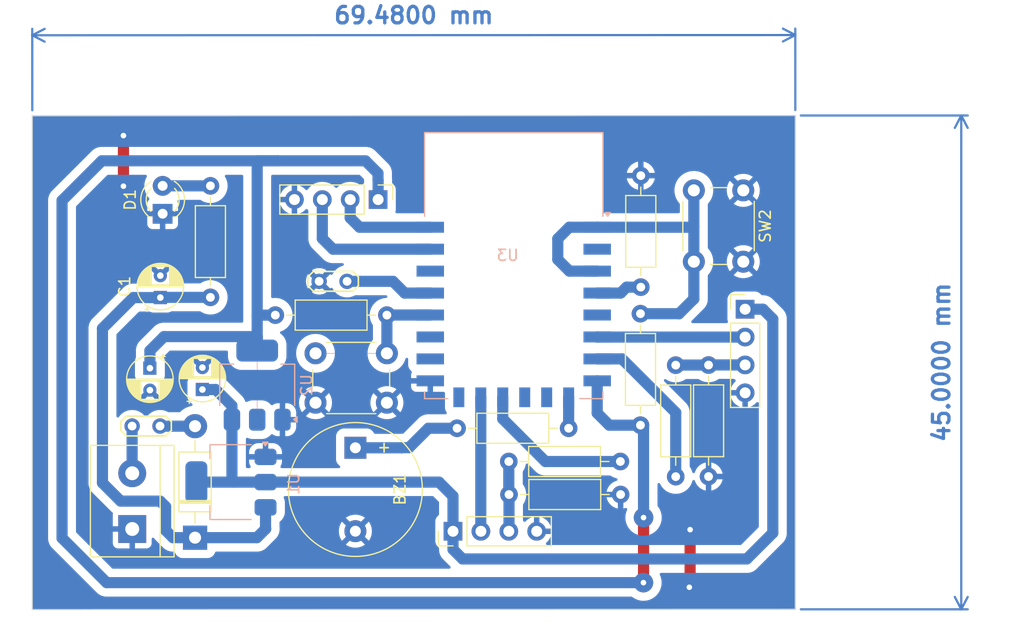
<source format=kicad_pcb>
(kicad_pcb (version 20240108) (generator "pcbnew") (generator_version "8.0")
  (layers (0 "F.Cu" signal) (31 "B.Cu" signal) (34 "B.Paste" user) (35 "F.Paste" user) (36 "B.SilkS" user "B.Silkscreen") (37 "F.SilkS" user "F.Silkscreen") (38 "B.Mask" user) (39 "F.Mask" user) (44 "Edge.Cuts" user))
  (net 0 "")
  (net 1 "GND")
  (net 2 "Net-(D1-A)")
  (net 3 "Net-(J3-Pin_3)")
  (net 4 "Net-(J4-Pin_3)")
  (net 5 "Net-(SW2A-D)")
  (net 6 "Net-(SW5A-C)")
  (net 7 "Net-(U3-GPIO16)")
  (net 8 "Net-(U3-GPIO4)")
  (net 10 "Net-(BZ1--)")
  (net 11 "Net-(U3-CS0)")
  (net 15 "+5V")
  (net 16 "+3.3V")
  (net 17 "/Rx")
  (net 18 "/Tx")
  (net 19 "/F_Tx")
  (net 20 "/D_Tx")
  (net 21 "/D_Rx")
  (net 22 "/F_Rx")
  (net 23 "Net-(J1-Pin_2)")
  (net 28 "Net-(D2-K)")
  (net 29 "Net-(D2-A)")
  (footprint "Resistor_THT:R_Axial_DIN0207_L6.3mm_D2.5mm_P10.16mm_Horizontal" (layer "F.Cu") (at 221.57 89.03 180)
    (property "Reference" "R5" (hide yes))
    (property "Value" "1k")
    (pad "1" thru_hole circle (at 0 0 180) (size 1.6 1.6) (drill 0.8) (layers "*.Cu" "*.Mask") (net 21 "/D_Rx"))
    (pad "2" thru_hole oval (at 10.16 0 180) (size 1.6 1.6) (drill 0.8) (layers "*.Cu" "*.Mask") (net 4 "Net-(J4-Pin_3)"))
  )
  (footprint "Connector_PinHeader_2.54mm:PinHeader_1x04_P2.54mm_Vertical" (layer "F.Cu") (at 206.33 95.39 90)
    (property "Reference" "J4" (hide yes))
    (property "Value" "Display")
    (pad "1" thru_hole rect (at 0 0 90) (size 1.7 1.7) (drill 1) (layers "*.Cu" "*.Mask") (net 15 "+5V"))
    (pad "2" thru_hole oval (at 0 2.54 90) (size 1.7 1.7) (drill 1) (layers "*.Cu" "*.Mask") (net 20 "/D_Tx"))
    (pad "3" thru_hole oval (at 0 5.08 90) (size 1.7 1.7) (drill 1) (layers "*.Cu" "*.Mask") (net 4 "Net-(J4-Pin_3)"))
    (pad "4" thru_hole oval (at 0 7.62 90) (size 1.7 1.7) (drill 1) (layers "*.Cu" "*.Mask") (net 1 "GND"))
  )
  (footprint "TestPoint:TestPoint_2Pads_Pitch2.54mm_Drill0.8mm" (layer "F.Cu") (at 196.68 72.61 180)
    (property "Reference" "SW3" (hide yes))
    (property "Value" "BTN")
    (pad "1" thru_hole circle (at 0 0 180) (size 1.4 1.4) (drill 0.8) (layers "*.Cu" "*.Mask") (net 8 "Net-(U3-GPIO4)"))
    (pad "2" thru_hole circle (at 2.54 0 180) (size 1.4 1.4) (drill 0.8) (layers "*.Cu" "*.Mask") (net 1 "GND"))
  )
  (footprint "Capacitor_THT:CP_Radial_D4.0mm_P2.00mm" (layer "F.Cu") (at 179.68 74.0926 90)
    (property "Reference" "C1" (at 1 -3.25 -90) (layer "F.SilkS"))
    (property "Value" "100uF")
    (pad "1" thru_hole rect (at 0 0 90) (size 1.2 1.2) (drill 0.6) (layers "*.Cu" "*.Mask") (net 28 "Net-(D2-K)"))
    (pad "2" thru_hole circle (at 2 0 90) (size 1.2 1.2) (drill 0.6) (layers "*.Cu" "*.Mask") (net 1 "GND"))
  )
  (footprint "TestPoint:TestPoint_2Pads_Pitch2.54mm_Drill0.8mm" (layer "F.Cu") (at 177.11 85.8)
    (property "Reference" "SW1" (hide yes))
    (property "Value" "Switch" (hide yes))
    (pad "1" thru_hole circle (at 0 0) (size 1.4 1.4) (drill 0.8) (layers "*.Cu" "*.Mask") (net 23 "Net-(J1-Pin_2)"))
    (pad "2" thru_hole circle (at 2.54 0) (size 1.4 1.4) (drill 0.8) (layers "*.Cu" "*.Mask") (net 29 "Net-(D2-A)"))
  )
  (footprint "LED_THT:LED_D3.0mm" (layer "F.Cu") (at 179.89 66.45 90)
    (property "Reference" "D1" (at 1.27 -2.96 -90) (layer "F.SilkS"))
    (property "Value" "LED")
    (pad "1" thru_hole rect (at 0 0 90) (size 1.8 1.8) (drill 0.9) (layers "*.Cu" "*.Mask") (net 1 "GND"))
    (pad "2" thru_hole circle (at 2.54 0 90) (size 1.8 1.8) (drill 0.9) (layers "*.Cu" "*.Mask") (net 2 "Net-(D1-A)"))
  )
  (footprint "Diode_THT:D_DO-41_SOD81_P10.16mm_Horizontal" (layer "F.Cu") (at 182.84 95.97 90)
    (property "Reference" "D2" (hide yes))
    (property "Value" "1N4001")
    (pad "1" thru_hole rect (at 0 0 90) (size 2.2 2.2) (drill 1.1) (layers "*.Cu" "*.Mask") (net 28 "Net-(D2-K)"))
    (pad "2" thru_hole oval (at 10.16 0 90) (size 2.2 2.2) (drill 1.1) (layers "*.Cu" "*.Mask") (net 29 "Net-(D2-A)"))
  )
  (footprint "Button_Switch_THT:SW_PUSH_6mm" (layer "F.Cu") (at 232.76 64.32 -90)
    (property "Reference" "SW2" (at 3.25 -2 90) (layer "F.SilkS"))
    (property "Value" "Reset")
    (pad "1" thru_hole circle (at 0 0) (size 2 2) (drill 1.1) (layers "*.Cu" "*.Mask") (net 1 "GND"))
    (pad "1" thru_hole circle (at 6.5 0) (size 2 2) (drill 1.1) (layers "*.Cu" "*.Mask") (net 1 "GND"))
    (pad "2" thru_hole circle (at 0 4.5) (size 2 2) (drill 1.1) (layers "*.Cu" "*.Mask") (net 5 "Net-(SW2A-D)"))
    (pad "2" thru_hole circle (at 6.5 4.5) (size 2 2) (drill 1.1) (layers "*.Cu" "*.Mask") (net 5 "Net-(SW2A-D)"))
  )
  (footprint "Connector_PinHeader_2.54mm:PinHeader_1x04_P2.54mm_Vertical" (layer "F.Cu") (at 199.51 65.16 -90)
    (property "Reference" "J2" (hide yes))
    (property "Value" "Programmer")
    (pad "1" thru_hole rect (at 0 0 270) (size 1.7 1.7) (drill 1) (layers "*.Cu" "*.Mask") (net 16 "+3.3V"))
    (pad "2" thru_hole oval (at 0 2.54 270) (size 1.7 1.7) (drill 1) (layers "*.Cu" "*.Mask") (net 18 "/Tx"))
    (pad "3" thru_hole oval (at 0 5.08 270) (size 1.7 1.7) (drill 1) (layers "*.Cu" "*.Mask") (net 17 "/Rx"))
    (pad "4" thru_hole oval (at 0 7.62 270) (size 1.7 1.7) (drill 1) (layers "*.Cu" "*.Mask") (net 1 "GND"))
  )
  (footprint "Resistor_THT:R_Axial_DIN0207_L6.3mm_D2.5mm_P10.16mm_Horizontal" (layer "F.Cu") (at 229.6 80.24 -90)
    (property "Reference" "R7" (hide yes))
    (property "Value" "2.2k")
    (pad "1" thru_hole circle (at 0 0 270) (size 1.6 1.6) (drill 0.8) (layers "*.Cu" "*.Mask") (net 3 "Net-(J3-Pin_3)"))
    (pad "2" thru_hole oval (at 10.16 0 270) (size 1.6 1.6) (drill 0.8) (layers "*.Cu" "*.Mask") (net 1 "GND"))
  )
  (footprint "Resistor_THT:R_Axial_DIN0207_L6.3mm_D2.5mm_P10.16mm_Horizontal" (layer "F.Cu") (at 211.43 92.04)
    (property "Reference" "R4" (hide yes))
    (property "Value" "2.2k")
    (pad "1" thru_hole circle (at 0 0) (size 1.6 1.6) (drill 0.8) (layers "*.Cu" "*.Mask") (net 4 "Net-(J4-Pin_3)"))
    (pad "2" thru_hole oval (at 10.16 0) (size 1.6 1.6) (drill 0.8) (layers "*.Cu" "*.Mask") (net 1 "GND"))
  )
  (footprint "Resistor_THT:R_Axial_DIN0207_L6.3mm_D2.5mm_P10.16mm_Horizontal" (layer "F.Cu") (at 223.43 73.14 90)
    (property "Reference" "R12" (hide yes))
    (property "Value" "10k")
    (pad "1" thru_hole circle (at 0 0 90) (size 1.6 1.6) (drill 0.8) (layers "*.Cu" "*.Mask") (net 7 "Net-(U3-GPIO16)"))
    (pad "2" thru_hole oval (at 10.16 0 90) (size 1.6 1.6) (drill 0.8) (layers "*.Cu" "*.Mask") (net 1 "GND"))
  )
  (footprint "Capacitor_THT:CP_Radial_D4.0mm_P2.00mm" (layer "F.Cu") (at 178.73 80.527401 -90)
    (property "Reference" "C3" (hide yes))
    (property "Value" "10uF")
    (pad "1" thru_hole rect (at 0 0 270) (size 1.2 1.2) (drill 0.6) (layers "*.Cu" "*.Mask") (net 16 "+3.3V"))
    (pad "2" thru_hole circle (at 2 0 270) (size 1.2 1.2) (drill 0.6) (layers "*.Cu" "*.Mask") (net 1 "GND"))
  )
  (footprint "Resistor_THT:R_Axial_DIN0207_L6.3mm_D2.5mm_P10.16mm_Horizontal" (layer "F.Cu") (at 206.7 86)
    (property "Reference" "R13" (hide yes))
    (property "Value" "100")
    (pad "1" thru_hole circle (at 0 0) (size 1.6 1.6) (drill 0.8) (layers "*.Cu" "*.Mask") (net 10 "Net-(BZ1--)"))
    (pad "2" thru_hole oval (at 10.16 0) (size 1.6 1.6) (drill 0.8) (layers "*.Cu" "*.Mask") (net 11 "Net-(U3-CS0)"))
  )
  (footprint "Resistor_THT:R_Axial_DIN0207_L6.3mm_D2.5mm_P10.16mm_Horizontal" (layer "F.Cu") (at 226.61 90.41 90)
    (property "Reference" "R6" (hide yes))
    (property "Value" "1k")
    (pad "1" thru_hole circle (at 0 0 90) (size 1.6 1.6) (drill 0.8) (layers "*.Cu" "*.Mask") (net 22 "/F_Rx"))
    (pad "2" thru_hole oval (at 10.16 0 90) (size 1.6 1.6) (drill 0.8) (layers "*.Cu" "*.Mask") (net 3 "Net-(J3-Pin_3)"))
  )
  (footprint "Capacitor_THT:CP_Radial_D4.0mm_P2.00mm" (layer "F.Cu") (at 183.51 82.4726 90)
    (property "Reference" "C2" (hide yes))
    (property "Value" "10uF")
    (pad "1" thru_hole rect (at 0 0 90) (size 1.2 1.2) (drill 0.6) (layers "*.Cu" "*.Mask") (net 15 "+5V"))
    (pad "2" thru_hole circle (at 2 0 90) (size 1.2 1.2) (drill 0.6) (layers "*.Cu" "*.Mask") (net 1 "GND"))
  )
  (footprint "Button_Switch_THT:SW_PUSH_6mm" (layer "F.Cu") (at 193.81 79.17)
    (property "Reference" "SW5" (hide yes))
    (property "Value" "Mode")
    (pad "1" thru_hole circle (at 0 0 90) (size 2 2) (drill 1.1) (layers "*.Cu" "*.Mask") (net 6 "Net-(SW5A-C)"))
    (pad "1" thru_hole circle (at 6.5 0 90) (size 2 2) (drill 1.1) (layers "*.Cu" "*.Mask") (net 6 "Net-(SW5A-C)"))
    (pad "2" thru_hole circle (at 0 4.5 90) (size 2 2) (drill 1.1) (layers "*.Cu" "*.Mask") (net 1 "GND"))
    (pad "2" thru_hole circle (at 6.5 4.5 90) (size 2 2) (drill 1.1) (layers "*.Cu" "*.Mask") (net 1 "GND"))
  )
  (footprint "Buzzer_Beeper:Buzzer_12x9.5RM7.6" (layer "F.Cu") (at 197.44 87.78 -90)
    (property "Reference" "BZ1" (at 3.79 -4.06 90) (layer "F.SilkS"))
    (property "Value" "Buzzer")
    (fp_text user "+" (at -0.01 -2.54 90) (layer "F.SilkS"))
    (pad "1" thru_hole rect (at 0 0 270) (size 2 2) (drill 1) (layers "*.Cu" "*.Mask") (net 10 "Net-(BZ1--)"))
    (pad "2" thru_hole circle (at 7.6 0 270) (size 2 2) (drill 1) (layers "*.Cu" "*.Mask") (net 1 "GND"))
  )
  (footprint "Connector_PinHeader_2.54mm:PinHeader_1x04_P2.54mm_Vertical" (layer "F.Cu") (at 232.93 75.15)
    (property "Reference" "J3" (hide yes))
    (property "Value" "Finger print")
    (pad "1" thru_hole rect (at 0 0) (size 1.7 1.7) (drill 1) (layers "*.Cu" "*.Mask") (net 15 "+5V"))
    (pad "2" thru_hole oval (at 0 2.54) (size 1.7 1.7) (drill 1) (layers "*.Cu" "*.Mask") (net 19 "/F_Tx"))
    (pad "3" thru_hole oval (at 0 5.08) (size 1.7 1.7) (drill 1) (layers "*.Cu" "*.Mask") (net 3 "Net-(J3-Pin_3)"))
    (pad "4" thru_hole oval (at 0 7.62) (size 1.7 1.7) (drill 1) (layers "*.Cu" "*.Mask") (net 1 "GND"))
  )
  (footprint "Resistor_THT:R_Axial_DIN0207_L6.3mm_D2.5mm_P10.16mm_Horizontal" (layer "F.Cu") (at 190.15 75.69)
    (property "Reference" "R3" (hide yes))
    (property "Value" "10k")
    (pad "1" thru_hole circle (at 0 0) (size 1.6 1.6) (drill 0.8) (layers "*.Cu" "*.Mask") (net 16 "+3.3V"))
    (pad "2" thru_hole oval (at 10.16 0) (size 1.6 1.6) (drill 0.8) (layers "*.Cu" "*.Mask") (net 6 "Net-(SW5A-C)"))
  )
  (footprint "TerminalBlock:TerminalBlock_bornier-2_P5.08mm" (layer "F.Cu") (at 177.12 95.18 90)
    (property "Reference" "J1" (hide yes))
    (property "Value" "Power")
    (pad "1" thru_hole rect (at 0 0 90) (size 2.54 2.54) (drill 1.27) (layers "*.Cu" "*.Mask") (net 1 "GND"))
    (pad "2" thru_hole circle (at 5.08 0 90) (size 2.54 2.54) (drill 1.27) (layers "*.Cu" "*.Mask") (net 23 "Net-(J1-Pin_2)"))
  )
  (footprint "Resistor_THT:R_Axial_DIN0207_L6.3mm_D2.5mm_P10.16mm_Horizontal" (layer "F.Cu") (at 223.4 75.56 -90)
    (property "Reference" "R2" (hide yes))
    (property "Value" "10k")
    (pad "1" thru_hole circle (at 0 0 270) (size 1.6 1.6) (drill 0.8) (layers "*.Cu" "*.Mask") (net 5 "Net-(SW2A-D)"))
    (pad "2" thru_hole oval (at 10.16 0 270) (size 1.6 1.6) (drill 0.8) (layers "*.Cu" "*.Mask") (net 16 "+3.3V"))
  )
  (footprint "Resistor_THT:R_Axial_DIN0207_L6.3mm_D2.5mm_P10.16mm_Horizontal" (layer "F.Cu") (at 184.24 74.07 90)
    (property "Reference" "R1" (hide yes))
    (property "Value" "1k")
    (pad "1" thru_hole circle (at 0 0 90) (size 1.6 1.6) (drill 0.8) (layers "*.Cu" "*.Mask") (net 28 "Net-(D2-K)"))
    (pad "2" thru_hole oval (at 10.16 0 90) (size 1.6 1.6) (drill 0.8) (layers "*.Cu" "*.Mask") (net 2 "Net-(D1-A)"))
  )
  (footprint "Package_TO_SOT_SMD:SOT-223-3_TabPin2" (layer "B.Cu") (at 188.5 82.07 90)
    (property "Reference" "U2" (at 0 4.5 -90) (layer "B.SilkS") (effects (justify mirror)))
    (property "Value" "AMS1117-3.3")
    (pad "1" smd roundrect (at -3.15 2.3 90) (size 2 1.5) (layers "B.Cu" "B.Paste" "B.Mask") (net 1 "GND"))
    (pad "2" smd roundrect (at -3.15 0 90) (size 2 1.5) (layers "B.Cu" "B.Paste" "B.Mask") (net 16 "+3.3V"))
    (pad "2" smd roundrect (at 3.15 0 90) (size 2 3.8) (layers "B.Cu" "B.Paste" "B.Mask") (net 16 "+3.3V"))
    (pad "3" smd roundrect (at -3.15 -2.3 90) (size 2 1.5) (layers "B.Cu" "B.Paste" "B.Mask") (net 15 "+5V"))
  )
  (footprint "Package_TO_SOT_SMD:SOT-223-3_TabPin2" (layer "B.Cu") (at 186.11 90.9075 180)
    (property "Reference" "U1" (at -5.71 -0.1725 -90) (layer "B.SilkS") (effects (justify mirror)))
    (property "Value" "AMS1117-5.0")
    (pad "1" smd roundrect (at -3.15 2.3 180) (size 2 1.5) (layers "B.Cu" "B.Paste" "B.Mask") (net 1 "GND"))
    (pad "2" smd roundrect (at -3.15 0 180) (size 2 1.5) (layers "B.Cu" "B.Paste" "B.Mask") (net 15 "+5V"))
    (pad "2" smd roundrect (at 3.15 0 180) (size 2 3.8) (layers "B.Cu" "B.Paste" "B.Mask") (net 15 "+5V"))
    (pad "3" smd roundrect (at -3.15 -2.3 180) (size 2 1.5) (layers "B.Cu" "B.Paste" "B.Mask") (net 28 "Net-(D2-K)"))
  )
  (footprint "RF_Module:ESP-12E" (layer "B.Cu") (at 211.86 71.18 180)
    (property "Reference" "U3" (at 0.55 0.94 180) (layer "B.SilkS") (effects (justify mirror)))
    (property "Value" "ESP-12F")
    (pad "1" smd rect (at -7.6 3.5 180) (size 2.5 1) (layers "B.Cu" "B.Paste" "B.Mask") (net 5 "Net-(SW2A-D)"))
    (pad "2" smd rect (at -7.6 1.5 180) (size 2.5 1) (layers "B.Cu" "B.Paste" "B.Mask"))
    (pad "3" smd rect (at -7.6 -0.5 180) (size 2.5 1) (layers "B.Cu" "B.Paste" "B.Mask") (net 5 "Net-(SW2A-D)"))
    (pad "4" smd rect (at -7.6 -2.5 180) (size 2.5 1) (layers "B.Cu" "B.Paste" "B.Mask") (net 7 "Net-(U3-GPIO16)"))
    (pad "5" smd rect (at -7.6 -4.5 180) (size 2.5 1) (layers "B.Cu" "B.Paste" "B.Mask"))
    (pad "6" smd rect (at -7.6 -6.5 180) (size 2.5 1) (layers "B.Cu" "B.Paste" "B.Mask") (net 19 "/F_Tx"))
    (pad "7" smd rect (at -7.6 -8.5 180) (size 2.5 1) (layers "B.Cu" "B.Paste" "B.Mask") (net 22 "/F_Rx"))
    (pad "8" smd rect (at -7.6 -10.5 180) (size 2.5 1) (layers "B.Cu" "B.Paste" "B.Mask") (net 16 "+3.3V"))
    (pad "9" smd rect (at -5 -12 180) (size 1 1.8) (layers "B.Cu" "B.Paste" "B.Mask") (net 11 "Net-(U3-CS0)"))
    (pad "10" smd rect (at -3 -12 180) (size 1 1.8) (layers "B.Cu" "B.Paste" "B.Mask"))
    (pad "11" smd rect (at -1 -12 180) (size 1 1.8) (layers "B.Cu" "B.Paste" "B.Mask"))
    (pad "12" smd rect (at 1 -12 180) (size 1 1.8) (layers "B.Cu" "B.Paste" "B.Mask") (net 21 "/D_Rx"))
    (pad "13" smd rect (at 3 -12 180) (size 1 1.8) (layers "B.Cu" "B.Paste" "B.Mask") (net 20 "/D_Tx"))
    (pad "14" smd rect (at 5 -12 180) (size 1 1.8) (layers "B.Cu" "B.Paste" "B.Mask"))
    (pad "15" smd rect (at 7.6 -10.5 180) (size 2.5 1) (layers "B.Cu" "B.Paste" "B.Mask") (net 1 "GND"))
    (pad "16" smd rect (at 7.6 -8.5 180) (size 2.5 1) (layers "B.Cu" "B.Paste" "B.Mask"))
    (pad "17" smd rect (at 7.6 -6.5 180) (size 2.5 1) (layers "B.Cu" "B.Paste" "B.Mask"))
    (pad "18" smd rect (at 7.6 -4.5 180) (size 2.5 1) (layers "B.Cu" "B.Paste" "B.Mask") (net 6 "Net-(SW5A-C)"))
    (pad "19" smd rect (at 7.6 -2.5 180) (size 2.5 1) (layers "B.Cu" "B.Paste" "B.Mask") (net 8 "Net-(U3-GPIO4)"))
    (pad "20" smd rect (at 7.6 -0.5 180) (size 2.5 1) (layers "B.Cu" "B.Paste" "B.Mask"))
    (pad "21" smd rect (at 7.6 1.5 180) (size 2.5 1) (layers "B.Cu" "B.Paste" "B.Mask") (net 17 "/Rx"))
    (pad "22" smd rect (at 7.6 3.5 180) (size 2.5 1) (layers "B.Cu" "B.Paste" "B.Mask") (net 18 "/Tx"))
    (zone (net 0) (net_name "") (layers "*.Cu") (connect_pads (clearance 0)) (min_thickness 0.254)
      (keepout (tracks not_allowed) (vias not_allowed) (pads not_allowed) (copperpour not_allowed) (footprints not_allowed))
      (fill (thermal_gap 0.508) (thermal_bridge_width 0.508))
      (polygon (pts (xy 219.98 66.38) (xy 203.74 66.38) (xy 203.74 59.06) (xy 219.98 59.06)))
    )
  )
  (gr_line (start 237.5 102.5) (end 168.02 102.52) (stroke (width 0.1)) (layer "Edge.Cuts"))
  (gr_line (start 168.02 102.52) (end 168.02 57.52) (stroke (width 0.1)) (layer "Edge.Cuts"))
  (gr_line (start 168.02 57.52) (end 237.5 57.5) (stroke (width 0.1)) (layer "Edge.Cuts"))
  (gr_line (start 237.5 57.5) (end 237.5 102.5) (stroke (width 0.1)) (layer "Edge.Cuts"))
  (dimension (type aligned) (layer "B.Cu") (pts (xy 237.5 57.5) (xy 237.5 102.5)) (height -15.11) (gr_text "45.0000 mm" (at 250.81 80 90) (layer "B.Cu") (effects (font (size 1.5 1.5) (thickness 0.3)))) (format (prefix "") (suffix "") (units 3) (units_format 1) (precision 4)) (style (thickness 0.2) (arrow_length 1.27) (text_position_mode 0) (extension_height 0.58642) (extension_offset 0.5) keep_text_aligned))
  (dimension (type aligned) (layer "B.Cu") (pts (xy 168.02 57.52) (xy 237.5 57.5)) (height -7.332775) (gr_text "69.4800 mm" (at 202.757371 48.377225 0.01649273976) (layer "B.Cu") (effects (font (size 1.5 1.5) (thickness 0.3)))) (format (prefix "") (suffix "") (units 3) (units_format 1) (precision 4)) (style (thickness 0.2) (arrow_length 1.27) (text_position_mode 0) (extension_height 0.58642) (extension_offset 0.5) keep_text_aligned))
  (segment (start 227.92 95.24) (end 227.92 100.42) (width 1.016) (layer "F.Cu") (net 1))
  (segment (start 176.32 59.33) (end 176.32 63.94) (width 1.016) (layer "F.Cu") (net 1))
  (segment (start 227.92 100.42) (end 227.85 100.49) (width 1.016) (layer "F.Cu") (net 1))
  (via (at 227.92 95.24) (size 1.778) (drill 0.508) (layers "F.Cu" "B.Cu") (net 1))
  (via (at 227.85 100.49) (size 1.778) (drill 0.508) (layers "F.Cu" "B.Cu") (net 1))
  (via (at 176.32 59.33) (size 1.778) (drill 0.508) (layers "F.Cu" "B.Cu") (net 1))
  (via (at 176.32 63.94) (size 1.778) (drill 0.508) (layers "F.Cu" "B.Cu") (net 1))
  (segment (start 184.24 63.91) (end 179.89 63.91) (width 1.016) (layer "B.Cu") (net 2))
  (segment (start 229.61 80.23) (end 229.6 80.24) (width 1.016) (layer "B.Cu") (net 3))
  (segment (start 232.93 80.23) (end 229.61 80.23) (width 1.016) (layer "B.Cu") (net 3))
  (segment (start 229.6 80.24) (end 226.62 80.24) (width 1.016) (layer "B.Cu") (net 3))
  (segment (start 226.62 80.24) (end 226.61 80.25) (width 1.016) (layer "B.Cu") (net 3))
  (segment (start 211.43 95.37) (end 211.41 95.39) (width 1.016) (layer "B.Cu") (net 4))
  (segment (start 211.41 89.03) (end 211.41 92.02) (width 1.016) (layer "B.Cu") (net 4))
  (segment (start 211.41 92.02) (end 211.43 92.04) (width 1.016) (layer "B.Cu") (net 4))
  (segment (start 211.43 92.04) (end 211.43 95.37) (width 1.016) (layer "B.Cu") (net 4))
  (segment (start 228.26 70.82) (end 228.26 74.21) (width 1.016) (layer "B.Cu") (net 5))
  (segment (start 219.46 67.68) (end 228.2 67.68) (width 1.016) (layer "B.Cu") (net 5))
  (segment (start 216.93 71.68) (end 215.87 70.62) (width 1.016) (layer "B.Cu") (net 5))
  (segment (start 226.9 75.57) (end 226.89 75.56) (width 1.016) (layer "B.Cu") (net 5))
  (segment (start 215.87 68.73) (end 216.92 67.68) (width 1.016) (layer "B.Cu") (net 5))
  (segment (start 219.46 71.68) (end 216.93 71.68) (width 1.016) (layer "B.Cu") (net 5))
  (segment (start 215.87 70.62) (end 215.87 68.73) (width 1.016) (layer "B.Cu") (net 5))
  (segment (start 228.26 64.32) (end 228.26 67.62) (width 1.016) (layer "B.Cu") (net 5))
  (segment (start 226.89 75.56) (end 223.4 75.56) (width 1.016) (layer "B.Cu") (net 5))
  (segment (start 216.92 67.68) (end 219.46 67.68) (width 1.016) (layer "B.Cu") (net 5))
  (segment (start 228.26 74.21) (end 226.9 75.57) (width 1.016) (layer "B.Cu") (net 5))
  (segment (start 228.26 67.62) (end 228.26 70.82) (width 1.016) (layer "B.Cu") (net 5))
  (segment (start 228.2 67.68) (end 228.26 67.62) (width 1.016) (layer "B.Cu") (net 5))
  (segment (start 200.31 79.17) (end 193.81 79.17) (width 0.0254) (layer "F.Cu") (net 6))
  (segment (start 200.31 75.69) (end 200.31 79.17) (width 1.016) (layer "B.Cu") (net 6))
  (segment (start 204.26 75.68) (end 200.32 75.68) (width 1.016) (layer "B.Cu") (net 6))
  (segment (start 200.32 75.68) (end 200.31 75.69) (width 1.016) (layer "B.Cu") (net 6))
  (segment (start 219.46 73.68) (end 221.594472 73.68) (width 1.016) (layer "B.Cu") (net 7))
  (segment (start 222.134472 73.14) (end 223.43 73.14) (width 1.016) (layer "B.Cu") (net 7))
  (segment (start 221.594472 73.68) (end 222.134472 73.14) (width 1.016) (layer "B.Cu") (net 7))
  (segment (start 201.93 73.68) (end 200.86 72.61) (width 1.016) (layer "B.Cu") (net 8))
  (segment (start 204.26 73.68) (end 201.93 73.68) (width 1.016) (layer "B.Cu") (net 8))
  (segment (start 200.86 72.61) (end 196.68 72.61) (width 1.016) (layer "B.Cu") (net 8))
  (segment (start 201.68 87.78) (end 197.44 87.78) (width 1.016) (layer "B.Cu") (net 10))
  (segment (start 201.69 87.77) (end 201.68 87.78) (width 1.016) (layer "B.Cu") (net 10))
  (segment (start 202.32 87.77) (end 201.69 87.77) (width 1.016) (layer "B.Cu") (net 10))
  (segment (start 204.09 86) (end 202.32 87.77) (width 1.016) (layer "B.Cu") (net 10))
  (segment (start 206.7 86) (end 204.09 86) (width 1.016) (layer "B.Cu") (net 10))
  (segment (start 216.86 83.18) (end 216.86 86) (width 1.016) (layer "B.Cu") (net 11))
  (segment (start 207.2 97.91) (end 233.08 97.91) (width 1.016) (layer "B.Cu") (net 15))
  (segment (start 234.55 75.15) (end 232.93 75.15) (width 1.016) (layer "B.Cu") (net 15))
  (segment (start 186.35 90.9075) (end 182.96 90.9075) (width 1.016) (layer "B.Cu") (net 15))
  (segment (start 233.08 97.91) (end 235.45 95.54) (width 1.016) (layer "B.Cu") (net 15))
  (segment (start 189.26 90.9075) (end 205.0475 90.9075) (width 1.016) (layer "B.Cu") (net 15))
  (segment (start 183.51 82.4726) (end 184.7226 82.4726) (width 1.016) (layer "B.Cu") (net 15))
  (segment (start 235.45 95.54) (end 235.45 76.05) (width 1.016) (layer "B.Cu") (net 15))
  (segment (start 205.0475 90.9075) (end 206.33 92.19) (width 1.016) (layer "B.Cu") (net 15))
  (segment (start 206.33 95.39) (end 206.33 97.04) (width 1.016) (layer "B.Cu") (net 15))
  (segment (start 184.7226 82.4726) (end 186.2 83.95) (width 1.016) (layer "B.Cu") (net 15))
  (segment (start 186.2 85.22) (end 186.2 90.7575) (width 1.016) (layer "B.Cu") (net 15))
  (segment (start 206.33 92.19) (end 206.33 95.39) (width 1.016) (layer "B.Cu") (net 15))
  (segment (start 186.2 83.95) (end 186.2 85.22) (width 1.016) (layer "B.Cu") (net 15))
  (segment (start 189.26 90.9075) (end 186.35 90.9075) (width 1.016) (layer "B.Cu") (net 15))
  (segment (start 186.2 90.7575) (end 186.35 90.9075) (width 1.016) (layer "B.Cu") (net 15))
  (segment (start 235.45 76.05) (end 234.55 75.15) (width 1.016) (layer "B.Cu") (net 15))
  (segment (start 206.33 97.04) (end 207.2 97.91) (width 1.016) (layer "B.Cu") (net 15))
  (segment (start 223.68 100.059) (end 223.67 100.069) (width 1.016) (layer "F.Cu") (net 16))
  (segment (start 223.68 94.14) (end 223.67 94.15) (width 1.016) (layer "F.Cu") (net 16))
  (segment (start 188.49 78.89) (end 188.49 85.24) (width 0.0254) (layer "F.Cu") (net 16))
  (segment (start 223.68 94.14) (end 223.68 100.059) (width 1.016) (layer "F.Cu") (net 16))
  (via (at 188.5 85.25) (size 0.0508) (drill 0.0254) (layers "F.Cu" "B.Cu") (net 16))
  (via (at 188.49 78.89) (size 0.0508) (drill 0.0254) (layers "F.Cu" "B.Cu") (net 16))
  (via (at 223.68 94.14) (size 1.778) (drill 0.508) (layers "F.Cu" "B.Cu") (net 16))
  (via (at 223.67 100.069) (size 1.778) (drill 0.508) (layers "F.Cu" "B.Cu") (net 16))
  (segment (start 188.5 78.9) (end 188.5 78.92) (width 1.016) (layer "B.Cu") (net 16))
  (segment (start 198.36 61.63) (end 199.5 62.77) (width 1.016) (layer "B.Cu") (net 16))
  (segment (start 223.68 86) (end 223.4 85.72) (width 1.016) (layer "B.Cu") (net 16))
  (segment (start 170.73 65.25) (end 174.35 61.63) (width 1.016) (layer "B.Cu") (net 16))
  (segment (start 188.5 78.88) (end 188.49 78.89) (width 1.016) (layer "B.Cu") (net 16))
  (segment (start 178.73 78.93) (end 180.01 77.65) (width 1.016) (layer "B.Cu") (net 16))
  (segment (start 188.5 78.92) (end 188.5 75.73) (width 1.016) (layer "B.Cu") (net 16))
  (segment (start 190.15 75.69) (end 188.54 75.69) (width 1.016) (layer "B.Cu") (net 16))
  (segment (start 190.44 61.63) (end 198.36 61.63) (width 1.016) (layer "B.Cu") (net 16))
  (segment (start 199.5 63.38) (end 199.51 63.39) (width 1.016) (layer "B.Cu") (net 16))
  (segment (start 219.46 81.68) (end 219.46 84.62) (width 1.016) (layer "B.Cu") (net 16))
  (segment (start 178.73 80.26) (end 178.73 78.93) (width 1.016) (layer "B.Cu") (net 16))
  (segment (start 170.73 96.01) (end 170.73 65.25) (width 1.016) (layer "B.Cu") (net 16))
  (segment (start 223.68 94.14) (end 223.68 86) (width 1.016) (layer "B.Cu") (net 16))
  (segment (start 219.46 84.62) (end 220.56 85.72) (width 1.016) (layer "B.Cu") (net 16))
  (segment (start 188.5 77.65) (end 188.5 78.88) (width 1.016) (layer "B.Cu") (net 16))
  (segment (start 174.35 61.63) (end 190.44 61.63) (width 1.016) (layer "B.Cu") (net 16))
  (segment (start 188.49 78.89) (end 188.5 78.9) (width 1.016) (layer "B.Cu") (net 16))
  (segment (start 199.5 62.77) (end 199.5 63.38) (width 1.016) (layer "B.Cu") (net 16))
  (segment (start 223.67 100.069) (end 174.789 100.069) (width 1.016) (layer "B.Cu") (net 16))
  (segment (start 188.5 75.73) (end 188.5 61.63) (width 1.016) (layer "B.Cu") (net 16))
  (segment (start 188.54 75.69) (end 188.5 75.73) (width 1.016) (layer "B.Cu") (net 16))
  (segment (start 220.56 85.72) (end 223.4 85.72) (width 1.016) (layer "B.Cu") (net 16))
  (segment (start 199.51 63.39) (end 199.51 65.16) (width 1.016) (layer "B.Cu") (net 16))
  (segment (start 174.789 100.069) (end 170.73 96.01) (width 1.016) (layer "B.Cu") (net 16))
  (segment (start 180.01 77.65) (end 188.5 77.65) (width 1.016) (layer "B.Cu") (net 16))
  (segment (start 188.5 61.63) (end 190.44 61.63) (width 1.016) (layer "B.Cu") (net 16))
  (segment (start 204.26 69.68) (end 195.4 69.68) (width 1.016) (layer "B.Cu") (net 17))
  (segment (start 195.4 69.68) (end 194.43 68.71) (width 1.016) (layer "B.Cu") (net 17))
  (segment (start 194.43 68.71) (end 194.43 65.16) (width 1.016) (layer "B.Cu") (net 17))
  (segment (start 196.97 66.83) (end 196.97 65.16) (width 1.016) (layer "B.Cu") (net 18))
  (segment (start 197.82 67.68) (end 196.97 66.83) (width 1.016) (layer "B.Cu") (net 18))
  (segment (start 204.26 67.68) (end 197.82 67.68) (width 1.016) (layer "B.Cu") (net 18))
  (segment (start 219.47 77.69) (end 219.46 77.68) (width 1.016) (layer "B.Cu") (net 19))
  (segment (start 232.93 77.69) (end 219.47 77.69) (width 1.016) (layer "B.Cu") (net 19))
  (segment (start 208.86 95.38) (end 208.87 95.39) (width 1.016) (layer "B.Cu") (net 20))
  (segment (start 208.86 83.18) (end 208.86 95.38) (width 1.016) (layer "B.Cu") (net 20))
  (segment (start 214.74 89.03) (end 210.86 85.15) (width 1.016) (layer "B.Cu") (net 21))
  (segment (start 221.57 89.03) (end 214.74 89.03) (width 1.016) (layer "B.Cu") (net 21))
  (segment (start 210.86 85.15) (end 210.86 83.18) (width 1.016) (layer "B.Cu") (net 21))
  (segment (start 221.72 79.68) (end 219.46 79.68) (width 1.016) (layer "B.Cu") (net 22))
  (segment (start 226.61 84.57) (end 221.72 79.68) (width 1.016) (layer "B.Cu") (net 22))
  (segment (start 226.61 90.41) (end 226.61 84.57) (width 1.016) (layer "B.Cu") (net 22))
  (segment (start 177.11 90.09) (end 177.12 90.1) (width 1.016) (layer "B.Cu") (net 23))
  (segment (start 177.11 85.8) (end 177.11 90.09) (width 1.016) (layer "B.Cu") (net 23))
  (segment (start 184.24 74.07) (end 179.7026 74.07) (width 1.016) (layer "B.Cu") (net 28))
  (segment (start 177.2174 74.0926) (end 174.41 76.9) (width 1.016) (layer "B.Cu") (net 28))
  (segment (start 179.68 74.0926) (end 177.2174 74.0926) (width 1.016) (layer "B.Cu") (net 28))
  (segment (start 180.16 95.3) (end 180.83 95.97) (width 1.016) (layer "B.Cu") (net 28))
  (segment (start 179.7026 74.07) (end 179.68 74.0926) (width 1.016) (layer "B.Cu") (net 28))
  (segment (start 189.26 95.16) (end 189.26 93.2075) (width 1.016) (layer "B.Cu") (net 28))
  (segment (start 189.27 95.17) (end 189.26 95.16) (width 1.016) (layer "B.Cu") (net 28))
  (segment (start 174.41 76.9) (end 174.41 90.982103) (width 1.016) (layer "B.Cu") (net 28))
  (segment (start 180.16 93.14) (end 180.16 95.3) (width 1.016) (layer "B.Cu") (net 28))
  (segment (start 174.41 90.982103) (end 176.067897 92.64) (width 1.016) (layer "B.Cu") (net 28))
  (segment (start 182.84 95.97) (end 188.47 95.97) (width 1.016) (layer "B.Cu") (net 28))
  (segment (start 176.067897 92.64) (end 179.66 92.64) (width 1.016) (layer "B.Cu") (net 28))
  (segment (start 180.83 95.97) (end 182.84 95.97) (width 1.016) (layer "B.Cu") (net 28))
  (segment (start 188.47 95.97) (end 189.27 95.17) (width 1.016) (layer "B.Cu") (net 28))
  (segment (start 179.66 92.64) (end 180.16 93.14) (width 1.016) (layer "B.Cu") (net 28))
  (segment (start 179.66 85.81) (end 179.65 85.8) (width 1.016) (layer "B.Cu") (net 29))
  (segment (start 182.84 85.81) (end 179.66 85.81) (width 1.016) (layer "B.Cu") (net 29))
  (zone (net 1) (net_name "GND") (layer "B.Cu") (connect_pads (clearance 0.5)) (min_thickness 0.25) (fill yes (thermal_gap 0.5) (thermal_bridge_width 0.5))
    (polygon (pts (xy 240 55) (xy 240 105) (xy 165.08 105.02) (xy 165.08 55.02)))
  )
)
</source>
